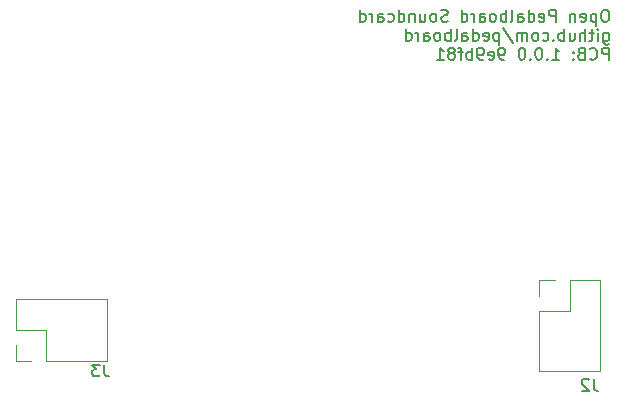
<source format=gbo>
G04 #@! TF.GenerationSoftware,KiCad,Pcbnew,8.0.4+1*
G04 #@! TF.CreationDate,2024-10-16T16:53:17+00:00*
G04 #@! TF.ProjectId,pedalboard-soundcard,70656461-6c62-46f6-9172-642d736f756e,1.0.0*
G04 #@! TF.SameCoordinates,Original*
G04 #@! TF.FileFunction,Legend,Bot*
G04 #@! TF.FilePolarity,Positive*
%FSLAX46Y46*%
G04 Gerber Fmt 4.6, Leading zero omitted, Abs format (unit mm)*
G04 Created by KiCad (PCBNEW 8.0.4+1) date 2024-10-16 16:53:17*
%MOMM*%
%LPD*%
G01*
G04 APERTURE LIST*
%ADD10C,0.150000*%
%ADD11C,0.120000*%
G04 APERTURE END LIST*
D10*
X63522744Y43310069D02*
X63332268Y43310069D01*
X63332268Y43310069D02*
X63237030Y43262450D01*
X63237030Y43262450D02*
X63141792Y43167212D01*
X63141792Y43167212D02*
X63094173Y42976736D01*
X63094173Y42976736D02*
X63094173Y42643403D01*
X63094173Y42643403D02*
X63141792Y42452927D01*
X63141792Y42452927D02*
X63237030Y42357688D01*
X63237030Y42357688D02*
X63332268Y42310069D01*
X63332268Y42310069D02*
X63522744Y42310069D01*
X63522744Y42310069D02*
X63617982Y42357688D01*
X63617982Y42357688D02*
X63713220Y42452927D01*
X63713220Y42452927D02*
X63760839Y42643403D01*
X63760839Y42643403D02*
X63760839Y42976736D01*
X63760839Y42976736D02*
X63713220Y43167212D01*
X63713220Y43167212D02*
X63617982Y43262450D01*
X63617982Y43262450D02*
X63522744Y43310069D01*
X62665601Y42976736D02*
X62665601Y41976736D01*
X62665601Y42929117D02*
X62570363Y42976736D01*
X62570363Y42976736D02*
X62379887Y42976736D01*
X62379887Y42976736D02*
X62284649Y42929117D01*
X62284649Y42929117D02*
X62237030Y42881498D01*
X62237030Y42881498D02*
X62189411Y42786260D01*
X62189411Y42786260D02*
X62189411Y42500546D01*
X62189411Y42500546D02*
X62237030Y42405308D01*
X62237030Y42405308D02*
X62284649Y42357688D01*
X62284649Y42357688D02*
X62379887Y42310069D01*
X62379887Y42310069D02*
X62570363Y42310069D01*
X62570363Y42310069D02*
X62665601Y42357688D01*
X61379887Y42357688D02*
X61475125Y42310069D01*
X61475125Y42310069D02*
X61665601Y42310069D01*
X61665601Y42310069D02*
X61760839Y42357688D01*
X61760839Y42357688D02*
X61808458Y42452927D01*
X61808458Y42452927D02*
X61808458Y42833879D01*
X61808458Y42833879D02*
X61760839Y42929117D01*
X61760839Y42929117D02*
X61665601Y42976736D01*
X61665601Y42976736D02*
X61475125Y42976736D01*
X61475125Y42976736D02*
X61379887Y42929117D01*
X61379887Y42929117D02*
X61332268Y42833879D01*
X61332268Y42833879D02*
X61332268Y42738641D01*
X61332268Y42738641D02*
X61808458Y42643403D01*
X60903696Y42976736D02*
X60903696Y42310069D01*
X60903696Y42881498D02*
X60856077Y42929117D01*
X60856077Y42929117D02*
X60760839Y42976736D01*
X60760839Y42976736D02*
X60617982Y42976736D01*
X60617982Y42976736D02*
X60522744Y42929117D01*
X60522744Y42929117D02*
X60475125Y42833879D01*
X60475125Y42833879D02*
X60475125Y42310069D01*
X59237029Y42310069D02*
X59237029Y43310069D01*
X59237029Y43310069D02*
X58856077Y43310069D01*
X58856077Y43310069D02*
X58760839Y43262450D01*
X58760839Y43262450D02*
X58713220Y43214831D01*
X58713220Y43214831D02*
X58665601Y43119593D01*
X58665601Y43119593D02*
X58665601Y42976736D01*
X58665601Y42976736D02*
X58713220Y42881498D01*
X58713220Y42881498D02*
X58760839Y42833879D01*
X58760839Y42833879D02*
X58856077Y42786260D01*
X58856077Y42786260D02*
X59237029Y42786260D01*
X57856077Y42357688D02*
X57951315Y42310069D01*
X57951315Y42310069D02*
X58141791Y42310069D01*
X58141791Y42310069D02*
X58237029Y42357688D01*
X58237029Y42357688D02*
X58284648Y42452927D01*
X58284648Y42452927D02*
X58284648Y42833879D01*
X58284648Y42833879D02*
X58237029Y42929117D01*
X58237029Y42929117D02*
X58141791Y42976736D01*
X58141791Y42976736D02*
X57951315Y42976736D01*
X57951315Y42976736D02*
X57856077Y42929117D01*
X57856077Y42929117D02*
X57808458Y42833879D01*
X57808458Y42833879D02*
X57808458Y42738641D01*
X57808458Y42738641D02*
X58284648Y42643403D01*
X56951315Y42310069D02*
X56951315Y43310069D01*
X56951315Y42357688D02*
X57046553Y42310069D01*
X57046553Y42310069D02*
X57237029Y42310069D01*
X57237029Y42310069D02*
X57332267Y42357688D01*
X57332267Y42357688D02*
X57379886Y42405308D01*
X57379886Y42405308D02*
X57427505Y42500546D01*
X57427505Y42500546D02*
X57427505Y42786260D01*
X57427505Y42786260D02*
X57379886Y42881498D01*
X57379886Y42881498D02*
X57332267Y42929117D01*
X57332267Y42929117D02*
X57237029Y42976736D01*
X57237029Y42976736D02*
X57046553Y42976736D01*
X57046553Y42976736D02*
X56951315Y42929117D01*
X56046553Y42310069D02*
X56046553Y42833879D01*
X56046553Y42833879D02*
X56094172Y42929117D01*
X56094172Y42929117D02*
X56189410Y42976736D01*
X56189410Y42976736D02*
X56379886Y42976736D01*
X56379886Y42976736D02*
X56475124Y42929117D01*
X56046553Y42357688D02*
X56141791Y42310069D01*
X56141791Y42310069D02*
X56379886Y42310069D01*
X56379886Y42310069D02*
X56475124Y42357688D01*
X56475124Y42357688D02*
X56522743Y42452927D01*
X56522743Y42452927D02*
X56522743Y42548165D01*
X56522743Y42548165D02*
X56475124Y42643403D01*
X56475124Y42643403D02*
X56379886Y42691022D01*
X56379886Y42691022D02*
X56141791Y42691022D01*
X56141791Y42691022D02*
X56046553Y42738641D01*
X55427505Y42310069D02*
X55522743Y42357688D01*
X55522743Y42357688D02*
X55570362Y42452927D01*
X55570362Y42452927D02*
X55570362Y43310069D01*
X55046552Y42310069D02*
X55046552Y43310069D01*
X55046552Y42929117D02*
X54951314Y42976736D01*
X54951314Y42976736D02*
X54760838Y42976736D01*
X54760838Y42976736D02*
X54665600Y42929117D01*
X54665600Y42929117D02*
X54617981Y42881498D01*
X54617981Y42881498D02*
X54570362Y42786260D01*
X54570362Y42786260D02*
X54570362Y42500546D01*
X54570362Y42500546D02*
X54617981Y42405308D01*
X54617981Y42405308D02*
X54665600Y42357688D01*
X54665600Y42357688D02*
X54760838Y42310069D01*
X54760838Y42310069D02*
X54951314Y42310069D01*
X54951314Y42310069D02*
X55046552Y42357688D01*
X53998933Y42310069D02*
X54094171Y42357688D01*
X54094171Y42357688D02*
X54141790Y42405308D01*
X54141790Y42405308D02*
X54189409Y42500546D01*
X54189409Y42500546D02*
X54189409Y42786260D01*
X54189409Y42786260D02*
X54141790Y42881498D01*
X54141790Y42881498D02*
X54094171Y42929117D01*
X54094171Y42929117D02*
X53998933Y42976736D01*
X53998933Y42976736D02*
X53856076Y42976736D01*
X53856076Y42976736D02*
X53760838Y42929117D01*
X53760838Y42929117D02*
X53713219Y42881498D01*
X53713219Y42881498D02*
X53665600Y42786260D01*
X53665600Y42786260D02*
X53665600Y42500546D01*
X53665600Y42500546D02*
X53713219Y42405308D01*
X53713219Y42405308D02*
X53760838Y42357688D01*
X53760838Y42357688D02*
X53856076Y42310069D01*
X53856076Y42310069D02*
X53998933Y42310069D01*
X52808457Y42310069D02*
X52808457Y42833879D01*
X52808457Y42833879D02*
X52856076Y42929117D01*
X52856076Y42929117D02*
X52951314Y42976736D01*
X52951314Y42976736D02*
X53141790Y42976736D01*
X53141790Y42976736D02*
X53237028Y42929117D01*
X52808457Y42357688D02*
X52903695Y42310069D01*
X52903695Y42310069D02*
X53141790Y42310069D01*
X53141790Y42310069D02*
X53237028Y42357688D01*
X53237028Y42357688D02*
X53284647Y42452927D01*
X53284647Y42452927D02*
X53284647Y42548165D01*
X53284647Y42548165D02*
X53237028Y42643403D01*
X53237028Y42643403D02*
X53141790Y42691022D01*
X53141790Y42691022D02*
X52903695Y42691022D01*
X52903695Y42691022D02*
X52808457Y42738641D01*
X52332266Y42310069D02*
X52332266Y42976736D01*
X52332266Y42786260D02*
X52284647Y42881498D01*
X52284647Y42881498D02*
X52237028Y42929117D01*
X52237028Y42929117D02*
X52141790Y42976736D01*
X52141790Y42976736D02*
X52046552Y42976736D01*
X51284647Y42310069D02*
X51284647Y43310069D01*
X51284647Y42357688D02*
X51379885Y42310069D01*
X51379885Y42310069D02*
X51570361Y42310069D01*
X51570361Y42310069D02*
X51665599Y42357688D01*
X51665599Y42357688D02*
X51713218Y42405308D01*
X51713218Y42405308D02*
X51760837Y42500546D01*
X51760837Y42500546D02*
X51760837Y42786260D01*
X51760837Y42786260D02*
X51713218Y42881498D01*
X51713218Y42881498D02*
X51665599Y42929117D01*
X51665599Y42929117D02*
X51570361Y42976736D01*
X51570361Y42976736D02*
X51379885Y42976736D01*
X51379885Y42976736D02*
X51284647Y42929117D01*
X50094170Y42357688D02*
X49951313Y42310069D01*
X49951313Y42310069D02*
X49713218Y42310069D01*
X49713218Y42310069D02*
X49617980Y42357688D01*
X49617980Y42357688D02*
X49570361Y42405308D01*
X49570361Y42405308D02*
X49522742Y42500546D01*
X49522742Y42500546D02*
X49522742Y42595784D01*
X49522742Y42595784D02*
X49570361Y42691022D01*
X49570361Y42691022D02*
X49617980Y42738641D01*
X49617980Y42738641D02*
X49713218Y42786260D01*
X49713218Y42786260D02*
X49903694Y42833879D01*
X49903694Y42833879D02*
X49998932Y42881498D01*
X49998932Y42881498D02*
X50046551Y42929117D01*
X50046551Y42929117D02*
X50094170Y43024355D01*
X50094170Y43024355D02*
X50094170Y43119593D01*
X50094170Y43119593D02*
X50046551Y43214831D01*
X50046551Y43214831D02*
X49998932Y43262450D01*
X49998932Y43262450D02*
X49903694Y43310069D01*
X49903694Y43310069D02*
X49665599Y43310069D01*
X49665599Y43310069D02*
X49522742Y43262450D01*
X48951313Y42310069D02*
X49046551Y42357688D01*
X49046551Y42357688D02*
X49094170Y42405308D01*
X49094170Y42405308D02*
X49141789Y42500546D01*
X49141789Y42500546D02*
X49141789Y42786260D01*
X49141789Y42786260D02*
X49094170Y42881498D01*
X49094170Y42881498D02*
X49046551Y42929117D01*
X49046551Y42929117D02*
X48951313Y42976736D01*
X48951313Y42976736D02*
X48808456Y42976736D01*
X48808456Y42976736D02*
X48713218Y42929117D01*
X48713218Y42929117D02*
X48665599Y42881498D01*
X48665599Y42881498D02*
X48617980Y42786260D01*
X48617980Y42786260D02*
X48617980Y42500546D01*
X48617980Y42500546D02*
X48665599Y42405308D01*
X48665599Y42405308D02*
X48713218Y42357688D01*
X48713218Y42357688D02*
X48808456Y42310069D01*
X48808456Y42310069D02*
X48951313Y42310069D01*
X47760837Y42976736D02*
X47760837Y42310069D01*
X48189408Y42976736D02*
X48189408Y42452927D01*
X48189408Y42452927D02*
X48141789Y42357688D01*
X48141789Y42357688D02*
X48046551Y42310069D01*
X48046551Y42310069D02*
X47903694Y42310069D01*
X47903694Y42310069D02*
X47808456Y42357688D01*
X47808456Y42357688D02*
X47760837Y42405308D01*
X47284646Y42976736D02*
X47284646Y42310069D01*
X47284646Y42881498D02*
X47237027Y42929117D01*
X47237027Y42929117D02*
X47141789Y42976736D01*
X47141789Y42976736D02*
X46998932Y42976736D01*
X46998932Y42976736D02*
X46903694Y42929117D01*
X46903694Y42929117D02*
X46856075Y42833879D01*
X46856075Y42833879D02*
X46856075Y42310069D01*
X45951313Y42310069D02*
X45951313Y43310069D01*
X45951313Y42357688D02*
X46046551Y42310069D01*
X46046551Y42310069D02*
X46237027Y42310069D01*
X46237027Y42310069D02*
X46332265Y42357688D01*
X46332265Y42357688D02*
X46379884Y42405308D01*
X46379884Y42405308D02*
X46427503Y42500546D01*
X46427503Y42500546D02*
X46427503Y42786260D01*
X46427503Y42786260D02*
X46379884Y42881498D01*
X46379884Y42881498D02*
X46332265Y42929117D01*
X46332265Y42929117D02*
X46237027Y42976736D01*
X46237027Y42976736D02*
X46046551Y42976736D01*
X46046551Y42976736D02*
X45951313Y42929117D01*
X45046551Y42357688D02*
X45141789Y42310069D01*
X45141789Y42310069D02*
X45332265Y42310069D01*
X45332265Y42310069D02*
X45427503Y42357688D01*
X45427503Y42357688D02*
X45475122Y42405308D01*
X45475122Y42405308D02*
X45522741Y42500546D01*
X45522741Y42500546D02*
X45522741Y42786260D01*
X45522741Y42786260D02*
X45475122Y42881498D01*
X45475122Y42881498D02*
X45427503Y42929117D01*
X45427503Y42929117D02*
X45332265Y42976736D01*
X45332265Y42976736D02*
X45141789Y42976736D01*
X45141789Y42976736D02*
X45046551Y42929117D01*
X44189408Y42310069D02*
X44189408Y42833879D01*
X44189408Y42833879D02*
X44237027Y42929117D01*
X44237027Y42929117D02*
X44332265Y42976736D01*
X44332265Y42976736D02*
X44522741Y42976736D01*
X44522741Y42976736D02*
X44617979Y42929117D01*
X44189408Y42357688D02*
X44284646Y42310069D01*
X44284646Y42310069D02*
X44522741Y42310069D01*
X44522741Y42310069D02*
X44617979Y42357688D01*
X44617979Y42357688D02*
X44665598Y42452927D01*
X44665598Y42452927D02*
X44665598Y42548165D01*
X44665598Y42548165D02*
X44617979Y42643403D01*
X44617979Y42643403D02*
X44522741Y42691022D01*
X44522741Y42691022D02*
X44284646Y42691022D01*
X44284646Y42691022D02*
X44189408Y42738641D01*
X43713217Y42310069D02*
X43713217Y42976736D01*
X43713217Y42786260D02*
X43665598Y42881498D01*
X43665598Y42881498D02*
X43617979Y42929117D01*
X43617979Y42929117D02*
X43522741Y42976736D01*
X43522741Y42976736D02*
X43427503Y42976736D01*
X42665598Y42310069D02*
X42665598Y43310069D01*
X42665598Y42357688D02*
X42760836Y42310069D01*
X42760836Y42310069D02*
X42951312Y42310069D01*
X42951312Y42310069D02*
X43046550Y42357688D01*
X43046550Y42357688D02*
X43094169Y42405308D01*
X43094169Y42405308D02*
X43141788Y42500546D01*
X43141788Y42500546D02*
X43141788Y42786260D01*
X43141788Y42786260D02*
X43094169Y42881498D01*
X43094169Y42881498D02*
X43046550Y42929117D01*
X43046550Y42929117D02*
X42951312Y42976736D01*
X42951312Y42976736D02*
X42760836Y42976736D01*
X42760836Y42976736D02*
X42665598Y42929117D01*
X63284649Y41366792D02*
X63284649Y40557268D01*
X63284649Y40557268D02*
X63332268Y40462030D01*
X63332268Y40462030D02*
X63379887Y40414411D01*
X63379887Y40414411D02*
X63475125Y40366792D01*
X63475125Y40366792D02*
X63617982Y40366792D01*
X63617982Y40366792D02*
X63713220Y40414411D01*
X63284649Y40747744D02*
X63379887Y40700125D01*
X63379887Y40700125D02*
X63570363Y40700125D01*
X63570363Y40700125D02*
X63665601Y40747744D01*
X63665601Y40747744D02*
X63713220Y40795364D01*
X63713220Y40795364D02*
X63760839Y40890602D01*
X63760839Y40890602D02*
X63760839Y41176316D01*
X63760839Y41176316D02*
X63713220Y41271554D01*
X63713220Y41271554D02*
X63665601Y41319173D01*
X63665601Y41319173D02*
X63570363Y41366792D01*
X63570363Y41366792D02*
X63379887Y41366792D01*
X63379887Y41366792D02*
X63284649Y41319173D01*
X62808458Y40700125D02*
X62808458Y41366792D01*
X62808458Y41700125D02*
X62856077Y41652506D01*
X62856077Y41652506D02*
X62808458Y41604887D01*
X62808458Y41604887D02*
X62760839Y41652506D01*
X62760839Y41652506D02*
X62808458Y41700125D01*
X62808458Y41700125D02*
X62808458Y41604887D01*
X62475125Y41366792D02*
X62094173Y41366792D01*
X62332268Y41700125D02*
X62332268Y40842983D01*
X62332268Y40842983D02*
X62284649Y40747744D01*
X62284649Y40747744D02*
X62189411Y40700125D01*
X62189411Y40700125D02*
X62094173Y40700125D01*
X61760839Y40700125D02*
X61760839Y41700125D01*
X61332268Y40700125D02*
X61332268Y41223935D01*
X61332268Y41223935D02*
X61379887Y41319173D01*
X61379887Y41319173D02*
X61475125Y41366792D01*
X61475125Y41366792D02*
X61617982Y41366792D01*
X61617982Y41366792D02*
X61713220Y41319173D01*
X61713220Y41319173D02*
X61760839Y41271554D01*
X60427506Y41366792D02*
X60427506Y40700125D01*
X60856077Y41366792D02*
X60856077Y40842983D01*
X60856077Y40842983D02*
X60808458Y40747744D01*
X60808458Y40747744D02*
X60713220Y40700125D01*
X60713220Y40700125D02*
X60570363Y40700125D01*
X60570363Y40700125D02*
X60475125Y40747744D01*
X60475125Y40747744D02*
X60427506Y40795364D01*
X59951315Y40700125D02*
X59951315Y41700125D01*
X59951315Y41319173D02*
X59856077Y41366792D01*
X59856077Y41366792D02*
X59665601Y41366792D01*
X59665601Y41366792D02*
X59570363Y41319173D01*
X59570363Y41319173D02*
X59522744Y41271554D01*
X59522744Y41271554D02*
X59475125Y41176316D01*
X59475125Y41176316D02*
X59475125Y40890602D01*
X59475125Y40890602D02*
X59522744Y40795364D01*
X59522744Y40795364D02*
X59570363Y40747744D01*
X59570363Y40747744D02*
X59665601Y40700125D01*
X59665601Y40700125D02*
X59856077Y40700125D01*
X59856077Y40700125D02*
X59951315Y40747744D01*
X59046553Y40795364D02*
X58998934Y40747744D01*
X58998934Y40747744D02*
X59046553Y40700125D01*
X59046553Y40700125D02*
X59094172Y40747744D01*
X59094172Y40747744D02*
X59046553Y40795364D01*
X59046553Y40795364D02*
X59046553Y40700125D01*
X58141792Y40747744D02*
X58237030Y40700125D01*
X58237030Y40700125D02*
X58427506Y40700125D01*
X58427506Y40700125D02*
X58522744Y40747744D01*
X58522744Y40747744D02*
X58570363Y40795364D01*
X58570363Y40795364D02*
X58617982Y40890602D01*
X58617982Y40890602D02*
X58617982Y41176316D01*
X58617982Y41176316D02*
X58570363Y41271554D01*
X58570363Y41271554D02*
X58522744Y41319173D01*
X58522744Y41319173D02*
X58427506Y41366792D01*
X58427506Y41366792D02*
X58237030Y41366792D01*
X58237030Y41366792D02*
X58141792Y41319173D01*
X57570363Y40700125D02*
X57665601Y40747744D01*
X57665601Y40747744D02*
X57713220Y40795364D01*
X57713220Y40795364D02*
X57760839Y40890602D01*
X57760839Y40890602D02*
X57760839Y41176316D01*
X57760839Y41176316D02*
X57713220Y41271554D01*
X57713220Y41271554D02*
X57665601Y41319173D01*
X57665601Y41319173D02*
X57570363Y41366792D01*
X57570363Y41366792D02*
X57427506Y41366792D01*
X57427506Y41366792D02*
X57332268Y41319173D01*
X57332268Y41319173D02*
X57284649Y41271554D01*
X57284649Y41271554D02*
X57237030Y41176316D01*
X57237030Y41176316D02*
X57237030Y40890602D01*
X57237030Y40890602D02*
X57284649Y40795364D01*
X57284649Y40795364D02*
X57332268Y40747744D01*
X57332268Y40747744D02*
X57427506Y40700125D01*
X57427506Y40700125D02*
X57570363Y40700125D01*
X56808458Y40700125D02*
X56808458Y41366792D01*
X56808458Y41271554D02*
X56760839Y41319173D01*
X56760839Y41319173D02*
X56665601Y41366792D01*
X56665601Y41366792D02*
X56522744Y41366792D01*
X56522744Y41366792D02*
X56427506Y41319173D01*
X56427506Y41319173D02*
X56379887Y41223935D01*
X56379887Y41223935D02*
X56379887Y40700125D01*
X56379887Y41223935D02*
X56332268Y41319173D01*
X56332268Y41319173D02*
X56237030Y41366792D01*
X56237030Y41366792D02*
X56094173Y41366792D01*
X56094173Y41366792D02*
X55998934Y41319173D01*
X55998934Y41319173D02*
X55951315Y41223935D01*
X55951315Y41223935D02*
X55951315Y40700125D01*
X54760840Y41747744D02*
X55617982Y40462030D01*
X54427506Y41366792D02*
X54427506Y40366792D01*
X54427506Y41319173D02*
X54332268Y41366792D01*
X54332268Y41366792D02*
X54141792Y41366792D01*
X54141792Y41366792D02*
X54046554Y41319173D01*
X54046554Y41319173D02*
X53998935Y41271554D01*
X53998935Y41271554D02*
X53951316Y41176316D01*
X53951316Y41176316D02*
X53951316Y40890602D01*
X53951316Y40890602D02*
X53998935Y40795364D01*
X53998935Y40795364D02*
X54046554Y40747744D01*
X54046554Y40747744D02*
X54141792Y40700125D01*
X54141792Y40700125D02*
X54332268Y40700125D01*
X54332268Y40700125D02*
X54427506Y40747744D01*
X53141792Y40747744D02*
X53237030Y40700125D01*
X53237030Y40700125D02*
X53427506Y40700125D01*
X53427506Y40700125D02*
X53522744Y40747744D01*
X53522744Y40747744D02*
X53570363Y40842983D01*
X53570363Y40842983D02*
X53570363Y41223935D01*
X53570363Y41223935D02*
X53522744Y41319173D01*
X53522744Y41319173D02*
X53427506Y41366792D01*
X53427506Y41366792D02*
X53237030Y41366792D01*
X53237030Y41366792D02*
X53141792Y41319173D01*
X53141792Y41319173D02*
X53094173Y41223935D01*
X53094173Y41223935D02*
X53094173Y41128697D01*
X53094173Y41128697D02*
X53570363Y41033459D01*
X52237030Y40700125D02*
X52237030Y41700125D01*
X52237030Y40747744D02*
X52332268Y40700125D01*
X52332268Y40700125D02*
X52522744Y40700125D01*
X52522744Y40700125D02*
X52617982Y40747744D01*
X52617982Y40747744D02*
X52665601Y40795364D01*
X52665601Y40795364D02*
X52713220Y40890602D01*
X52713220Y40890602D02*
X52713220Y41176316D01*
X52713220Y41176316D02*
X52665601Y41271554D01*
X52665601Y41271554D02*
X52617982Y41319173D01*
X52617982Y41319173D02*
X52522744Y41366792D01*
X52522744Y41366792D02*
X52332268Y41366792D01*
X52332268Y41366792D02*
X52237030Y41319173D01*
X51332268Y40700125D02*
X51332268Y41223935D01*
X51332268Y41223935D02*
X51379887Y41319173D01*
X51379887Y41319173D02*
X51475125Y41366792D01*
X51475125Y41366792D02*
X51665601Y41366792D01*
X51665601Y41366792D02*
X51760839Y41319173D01*
X51332268Y40747744D02*
X51427506Y40700125D01*
X51427506Y40700125D02*
X51665601Y40700125D01*
X51665601Y40700125D02*
X51760839Y40747744D01*
X51760839Y40747744D02*
X51808458Y40842983D01*
X51808458Y40842983D02*
X51808458Y40938221D01*
X51808458Y40938221D02*
X51760839Y41033459D01*
X51760839Y41033459D02*
X51665601Y41081078D01*
X51665601Y41081078D02*
X51427506Y41081078D01*
X51427506Y41081078D02*
X51332268Y41128697D01*
X50713220Y40700125D02*
X50808458Y40747744D01*
X50808458Y40747744D02*
X50856077Y40842983D01*
X50856077Y40842983D02*
X50856077Y41700125D01*
X50332267Y40700125D02*
X50332267Y41700125D01*
X50332267Y41319173D02*
X50237029Y41366792D01*
X50237029Y41366792D02*
X50046553Y41366792D01*
X50046553Y41366792D02*
X49951315Y41319173D01*
X49951315Y41319173D02*
X49903696Y41271554D01*
X49903696Y41271554D02*
X49856077Y41176316D01*
X49856077Y41176316D02*
X49856077Y40890602D01*
X49856077Y40890602D02*
X49903696Y40795364D01*
X49903696Y40795364D02*
X49951315Y40747744D01*
X49951315Y40747744D02*
X50046553Y40700125D01*
X50046553Y40700125D02*
X50237029Y40700125D01*
X50237029Y40700125D02*
X50332267Y40747744D01*
X49284648Y40700125D02*
X49379886Y40747744D01*
X49379886Y40747744D02*
X49427505Y40795364D01*
X49427505Y40795364D02*
X49475124Y40890602D01*
X49475124Y40890602D02*
X49475124Y41176316D01*
X49475124Y41176316D02*
X49427505Y41271554D01*
X49427505Y41271554D02*
X49379886Y41319173D01*
X49379886Y41319173D02*
X49284648Y41366792D01*
X49284648Y41366792D02*
X49141791Y41366792D01*
X49141791Y41366792D02*
X49046553Y41319173D01*
X49046553Y41319173D02*
X48998934Y41271554D01*
X48998934Y41271554D02*
X48951315Y41176316D01*
X48951315Y41176316D02*
X48951315Y40890602D01*
X48951315Y40890602D02*
X48998934Y40795364D01*
X48998934Y40795364D02*
X49046553Y40747744D01*
X49046553Y40747744D02*
X49141791Y40700125D01*
X49141791Y40700125D02*
X49284648Y40700125D01*
X48094172Y40700125D02*
X48094172Y41223935D01*
X48094172Y41223935D02*
X48141791Y41319173D01*
X48141791Y41319173D02*
X48237029Y41366792D01*
X48237029Y41366792D02*
X48427505Y41366792D01*
X48427505Y41366792D02*
X48522743Y41319173D01*
X48094172Y40747744D02*
X48189410Y40700125D01*
X48189410Y40700125D02*
X48427505Y40700125D01*
X48427505Y40700125D02*
X48522743Y40747744D01*
X48522743Y40747744D02*
X48570362Y40842983D01*
X48570362Y40842983D02*
X48570362Y40938221D01*
X48570362Y40938221D02*
X48522743Y41033459D01*
X48522743Y41033459D02*
X48427505Y41081078D01*
X48427505Y41081078D02*
X48189410Y41081078D01*
X48189410Y41081078D02*
X48094172Y41128697D01*
X47617981Y40700125D02*
X47617981Y41366792D01*
X47617981Y41176316D02*
X47570362Y41271554D01*
X47570362Y41271554D02*
X47522743Y41319173D01*
X47522743Y41319173D02*
X47427505Y41366792D01*
X47427505Y41366792D02*
X47332267Y41366792D01*
X46570362Y40700125D02*
X46570362Y41700125D01*
X46570362Y40747744D02*
X46665600Y40700125D01*
X46665600Y40700125D02*
X46856076Y40700125D01*
X46856076Y40700125D02*
X46951314Y40747744D01*
X46951314Y40747744D02*
X46998933Y40795364D01*
X46998933Y40795364D02*
X47046552Y40890602D01*
X47046552Y40890602D02*
X47046552Y41176316D01*
X47046552Y41176316D02*
X46998933Y41271554D01*
X46998933Y41271554D02*
X46951314Y41319173D01*
X46951314Y41319173D02*
X46856076Y41366792D01*
X46856076Y41366792D02*
X46665600Y41366792D01*
X46665600Y41366792D02*
X46570362Y41319173D01*
X63713220Y39090181D02*
X63713220Y40090181D01*
X63713220Y40090181D02*
X63332268Y40090181D01*
X63332268Y40090181D02*
X63237030Y40042562D01*
X63237030Y40042562D02*
X63189411Y39994943D01*
X63189411Y39994943D02*
X63141792Y39899705D01*
X63141792Y39899705D02*
X63141792Y39756848D01*
X63141792Y39756848D02*
X63189411Y39661610D01*
X63189411Y39661610D02*
X63237030Y39613991D01*
X63237030Y39613991D02*
X63332268Y39566372D01*
X63332268Y39566372D02*
X63713220Y39566372D01*
X62141792Y39185420D02*
X62189411Y39137800D01*
X62189411Y39137800D02*
X62332268Y39090181D01*
X62332268Y39090181D02*
X62427506Y39090181D01*
X62427506Y39090181D02*
X62570363Y39137800D01*
X62570363Y39137800D02*
X62665601Y39233039D01*
X62665601Y39233039D02*
X62713220Y39328277D01*
X62713220Y39328277D02*
X62760839Y39518753D01*
X62760839Y39518753D02*
X62760839Y39661610D01*
X62760839Y39661610D02*
X62713220Y39852086D01*
X62713220Y39852086D02*
X62665601Y39947324D01*
X62665601Y39947324D02*
X62570363Y40042562D01*
X62570363Y40042562D02*
X62427506Y40090181D01*
X62427506Y40090181D02*
X62332268Y40090181D01*
X62332268Y40090181D02*
X62189411Y40042562D01*
X62189411Y40042562D02*
X62141792Y39994943D01*
X61379887Y39613991D02*
X61237030Y39566372D01*
X61237030Y39566372D02*
X61189411Y39518753D01*
X61189411Y39518753D02*
X61141792Y39423515D01*
X61141792Y39423515D02*
X61141792Y39280658D01*
X61141792Y39280658D02*
X61189411Y39185420D01*
X61189411Y39185420D02*
X61237030Y39137800D01*
X61237030Y39137800D02*
X61332268Y39090181D01*
X61332268Y39090181D02*
X61713220Y39090181D01*
X61713220Y39090181D02*
X61713220Y40090181D01*
X61713220Y40090181D02*
X61379887Y40090181D01*
X61379887Y40090181D02*
X61284649Y40042562D01*
X61284649Y40042562D02*
X61237030Y39994943D01*
X61237030Y39994943D02*
X61189411Y39899705D01*
X61189411Y39899705D02*
X61189411Y39804467D01*
X61189411Y39804467D02*
X61237030Y39709229D01*
X61237030Y39709229D02*
X61284649Y39661610D01*
X61284649Y39661610D02*
X61379887Y39613991D01*
X61379887Y39613991D02*
X61713220Y39613991D01*
X60713220Y39185420D02*
X60665601Y39137800D01*
X60665601Y39137800D02*
X60713220Y39090181D01*
X60713220Y39090181D02*
X60760839Y39137800D01*
X60760839Y39137800D02*
X60713220Y39185420D01*
X60713220Y39185420D02*
X60713220Y39090181D01*
X60713220Y39709229D02*
X60665601Y39661610D01*
X60665601Y39661610D02*
X60713220Y39613991D01*
X60713220Y39613991D02*
X60760839Y39661610D01*
X60760839Y39661610D02*
X60713220Y39709229D01*
X60713220Y39709229D02*
X60713220Y39613991D01*
X58951316Y39090181D02*
X59522744Y39090181D01*
X59237030Y39090181D02*
X59237030Y40090181D01*
X59237030Y40090181D02*
X59332268Y39947324D01*
X59332268Y39947324D02*
X59427506Y39852086D01*
X59427506Y39852086D02*
X59522744Y39804467D01*
X58522744Y39185420D02*
X58475125Y39137800D01*
X58475125Y39137800D02*
X58522744Y39090181D01*
X58522744Y39090181D02*
X58570363Y39137800D01*
X58570363Y39137800D02*
X58522744Y39185420D01*
X58522744Y39185420D02*
X58522744Y39090181D01*
X57856078Y40090181D02*
X57760840Y40090181D01*
X57760840Y40090181D02*
X57665602Y40042562D01*
X57665602Y40042562D02*
X57617983Y39994943D01*
X57617983Y39994943D02*
X57570364Y39899705D01*
X57570364Y39899705D02*
X57522745Y39709229D01*
X57522745Y39709229D02*
X57522745Y39471134D01*
X57522745Y39471134D02*
X57570364Y39280658D01*
X57570364Y39280658D02*
X57617983Y39185420D01*
X57617983Y39185420D02*
X57665602Y39137800D01*
X57665602Y39137800D02*
X57760840Y39090181D01*
X57760840Y39090181D02*
X57856078Y39090181D01*
X57856078Y39090181D02*
X57951316Y39137800D01*
X57951316Y39137800D02*
X57998935Y39185420D01*
X57998935Y39185420D02*
X58046554Y39280658D01*
X58046554Y39280658D02*
X58094173Y39471134D01*
X58094173Y39471134D02*
X58094173Y39709229D01*
X58094173Y39709229D02*
X58046554Y39899705D01*
X58046554Y39899705D02*
X57998935Y39994943D01*
X57998935Y39994943D02*
X57951316Y40042562D01*
X57951316Y40042562D02*
X57856078Y40090181D01*
X57094173Y39185420D02*
X57046554Y39137800D01*
X57046554Y39137800D02*
X57094173Y39090181D01*
X57094173Y39090181D02*
X57141792Y39137800D01*
X57141792Y39137800D02*
X57094173Y39185420D01*
X57094173Y39185420D02*
X57094173Y39090181D01*
X56427507Y40090181D02*
X56332269Y40090181D01*
X56332269Y40090181D02*
X56237031Y40042562D01*
X56237031Y40042562D02*
X56189412Y39994943D01*
X56189412Y39994943D02*
X56141793Y39899705D01*
X56141793Y39899705D02*
X56094174Y39709229D01*
X56094174Y39709229D02*
X56094174Y39471134D01*
X56094174Y39471134D02*
X56141793Y39280658D01*
X56141793Y39280658D02*
X56189412Y39185420D01*
X56189412Y39185420D02*
X56237031Y39137800D01*
X56237031Y39137800D02*
X56332269Y39090181D01*
X56332269Y39090181D02*
X56427507Y39090181D01*
X56427507Y39090181D02*
X56522745Y39137800D01*
X56522745Y39137800D02*
X56570364Y39185420D01*
X56570364Y39185420D02*
X56617983Y39280658D01*
X56617983Y39280658D02*
X56665602Y39471134D01*
X56665602Y39471134D02*
X56665602Y39709229D01*
X56665602Y39709229D02*
X56617983Y39899705D01*
X56617983Y39899705D02*
X56570364Y39994943D01*
X56570364Y39994943D02*
X56522745Y40042562D01*
X56522745Y40042562D02*
X56427507Y40090181D01*
X54856078Y39090181D02*
X54665602Y39090181D01*
X54665602Y39090181D02*
X54570364Y39137800D01*
X54570364Y39137800D02*
X54522745Y39185420D01*
X54522745Y39185420D02*
X54427507Y39328277D01*
X54427507Y39328277D02*
X54379888Y39518753D01*
X54379888Y39518753D02*
X54379888Y39899705D01*
X54379888Y39899705D02*
X54427507Y39994943D01*
X54427507Y39994943D02*
X54475126Y40042562D01*
X54475126Y40042562D02*
X54570364Y40090181D01*
X54570364Y40090181D02*
X54760840Y40090181D01*
X54760840Y40090181D02*
X54856078Y40042562D01*
X54856078Y40042562D02*
X54903697Y39994943D01*
X54903697Y39994943D02*
X54951316Y39899705D01*
X54951316Y39899705D02*
X54951316Y39661610D01*
X54951316Y39661610D02*
X54903697Y39566372D01*
X54903697Y39566372D02*
X54856078Y39518753D01*
X54856078Y39518753D02*
X54760840Y39471134D01*
X54760840Y39471134D02*
X54570364Y39471134D01*
X54570364Y39471134D02*
X54475126Y39518753D01*
X54475126Y39518753D02*
X54427507Y39566372D01*
X54427507Y39566372D02*
X54379888Y39661610D01*
X53570364Y39137800D02*
X53665602Y39090181D01*
X53665602Y39090181D02*
X53856078Y39090181D01*
X53856078Y39090181D02*
X53951316Y39137800D01*
X53951316Y39137800D02*
X53998935Y39233039D01*
X53998935Y39233039D02*
X53998935Y39613991D01*
X53998935Y39613991D02*
X53951316Y39709229D01*
X53951316Y39709229D02*
X53856078Y39756848D01*
X53856078Y39756848D02*
X53665602Y39756848D01*
X53665602Y39756848D02*
X53570364Y39709229D01*
X53570364Y39709229D02*
X53522745Y39613991D01*
X53522745Y39613991D02*
X53522745Y39518753D01*
X53522745Y39518753D02*
X53998935Y39423515D01*
X53046554Y39090181D02*
X52856078Y39090181D01*
X52856078Y39090181D02*
X52760840Y39137800D01*
X52760840Y39137800D02*
X52713221Y39185420D01*
X52713221Y39185420D02*
X52617983Y39328277D01*
X52617983Y39328277D02*
X52570364Y39518753D01*
X52570364Y39518753D02*
X52570364Y39899705D01*
X52570364Y39899705D02*
X52617983Y39994943D01*
X52617983Y39994943D02*
X52665602Y40042562D01*
X52665602Y40042562D02*
X52760840Y40090181D01*
X52760840Y40090181D02*
X52951316Y40090181D01*
X52951316Y40090181D02*
X53046554Y40042562D01*
X53046554Y40042562D02*
X53094173Y39994943D01*
X53094173Y39994943D02*
X53141792Y39899705D01*
X53141792Y39899705D02*
X53141792Y39661610D01*
X53141792Y39661610D02*
X53094173Y39566372D01*
X53094173Y39566372D02*
X53046554Y39518753D01*
X53046554Y39518753D02*
X52951316Y39471134D01*
X52951316Y39471134D02*
X52760840Y39471134D01*
X52760840Y39471134D02*
X52665602Y39518753D01*
X52665602Y39518753D02*
X52617983Y39566372D01*
X52617983Y39566372D02*
X52570364Y39661610D01*
X52141792Y39090181D02*
X52141792Y40090181D01*
X52141792Y39709229D02*
X52046554Y39756848D01*
X52046554Y39756848D02*
X51856078Y39756848D01*
X51856078Y39756848D02*
X51760840Y39709229D01*
X51760840Y39709229D02*
X51713221Y39661610D01*
X51713221Y39661610D02*
X51665602Y39566372D01*
X51665602Y39566372D02*
X51665602Y39280658D01*
X51665602Y39280658D02*
X51713221Y39185420D01*
X51713221Y39185420D02*
X51760840Y39137800D01*
X51760840Y39137800D02*
X51856078Y39090181D01*
X51856078Y39090181D02*
X52046554Y39090181D01*
X52046554Y39090181D02*
X52141792Y39137800D01*
X51379887Y39756848D02*
X50998935Y39756848D01*
X51237030Y39090181D02*
X51237030Y39947324D01*
X51237030Y39947324D02*
X51189411Y40042562D01*
X51189411Y40042562D02*
X51094173Y40090181D01*
X51094173Y40090181D02*
X50998935Y40090181D01*
X50522744Y39661610D02*
X50617982Y39709229D01*
X50617982Y39709229D02*
X50665601Y39756848D01*
X50665601Y39756848D02*
X50713220Y39852086D01*
X50713220Y39852086D02*
X50713220Y39899705D01*
X50713220Y39899705D02*
X50665601Y39994943D01*
X50665601Y39994943D02*
X50617982Y40042562D01*
X50617982Y40042562D02*
X50522744Y40090181D01*
X50522744Y40090181D02*
X50332268Y40090181D01*
X50332268Y40090181D02*
X50237030Y40042562D01*
X50237030Y40042562D02*
X50189411Y39994943D01*
X50189411Y39994943D02*
X50141792Y39899705D01*
X50141792Y39899705D02*
X50141792Y39852086D01*
X50141792Y39852086D02*
X50189411Y39756848D01*
X50189411Y39756848D02*
X50237030Y39709229D01*
X50237030Y39709229D02*
X50332268Y39661610D01*
X50332268Y39661610D02*
X50522744Y39661610D01*
X50522744Y39661610D02*
X50617982Y39613991D01*
X50617982Y39613991D02*
X50665601Y39566372D01*
X50665601Y39566372D02*
X50713220Y39471134D01*
X50713220Y39471134D02*
X50713220Y39280658D01*
X50713220Y39280658D02*
X50665601Y39185420D01*
X50665601Y39185420D02*
X50617982Y39137800D01*
X50617982Y39137800D02*
X50522744Y39090181D01*
X50522744Y39090181D02*
X50332268Y39090181D01*
X50332268Y39090181D02*
X50237030Y39137800D01*
X50237030Y39137800D02*
X50189411Y39185420D01*
X50189411Y39185420D02*
X50141792Y39280658D01*
X50141792Y39280658D02*
X50141792Y39471134D01*
X50141792Y39471134D02*
X50189411Y39566372D01*
X50189411Y39566372D02*
X50237030Y39613991D01*
X50237030Y39613991D02*
X50332268Y39661610D01*
X49189411Y39090181D02*
X49760839Y39090181D01*
X49475125Y39090181D02*
X49475125Y40090181D01*
X49475125Y40090181D02*
X49570363Y39947324D01*
X49570363Y39947324D02*
X49665601Y39852086D01*
X49665601Y39852086D02*
X49760839Y39804467D01*
X21003333Y13265181D02*
X21003333Y12550896D01*
X21003333Y12550896D02*
X21050952Y12408039D01*
X21050952Y12408039D02*
X21146190Y12312800D01*
X21146190Y12312800D02*
X21289047Y12265181D01*
X21289047Y12265181D02*
X21384285Y12265181D01*
X20622380Y13265181D02*
X20003333Y13265181D01*
X20003333Y13265181D02*
X20336666Y12884229D01*
X20336666Y12884229D02*
X20193809Y12884229D01*
X20193809Y12884229D02*
X20098571Y12836610D01*
X20098571Y12836610D02*
X20050952Y12788991D01*
X20050952Y12788991D02*
X20003333Y12693753D01*
X20003333Y12693753D02*
X20003333Y12455658D01*
X20003333Y12455658D02*
X20050952Y12360420D01*
X20050952Y12360420D02*
X20098571Y12312800D01*
X20098571Y12312800D02*
X20193809Y12265181D01*
X20193809Y12265181D02*
X20479523Y12265181D01*
X20479523Y12265181D02*
X20574761Y12312800D01*
X20574761Y12312800D02*
X20622380Y12360420D01*
X62453333Y12075181D02*
X62453333Y11360896D01*
X62453333Y11360896D02*
X62500952Y11218039D01*
X62500952Y11218039D02*
X62596190Y11122800D01*
X62596190Y11122800D02*
X62739047Y11075181D01*
X62739047Y11075181D02*
X62834285Y11075181D01*
X62024761Y11979943D02*
X61977142Y12027562D01*
X61977142Y12027562D02*
X61881904Y12075181D01*
X61881904Y12075181D02*
X61643809Y12075181D01*
X61643809Y12075181D02*
X61548571Y12027562D01*
X61548571Y12027562D02*
X61500952Y11979943D01*
X61500952Y11979943D02*
X61453333Y11884705D01*
X61453333Y11884705D02*
X61453333Y11789467D01*
X61453333Y11789467D02*
X61500952Y11646610D01*
X61500952Y11646610D02*
X62072380Y11075181D01*
X62072380Y11075181D02*
X61453333Y11075181D01*
D11*
X13510000Y16190000D02*
X13510000Y18790000D01*
X13510000Y13590000D02*
X13510000Y14920000D01*
X14840000Y13590000D02*
X13510000Y13590000D01*
X16110000Y16190000D02*
X13510000Y16190000D01*
X16110000Y13590000D02*
X16110000Y16190000D01*
X21250000Y18790000D02*
X13510000Y18790000D01*
X21250000Y13590000D02*
X16110000Y13590000D01*
X21250000Y13590000D02*
X21250000Y18790000D01*
X57820000Y20430000D02*
X59150000Y20430000D01*
X57820000Y19100000D02*
X57820000Y20430000D01*
X57820000Y17830000D02*
X60420000Y17830000D01*
X57820000Y12690000D02*
X57820000Y17830000D01*
X57820000Y12690000D02*
X63020000Y12690000D01*
X60420000Y20430000D02*
X63020000Y20430000D01*
X60420000Y17830000D02*
X60420000Y20430000D01*
X63020000Y12690000D02*
X63020000Y20430000D01*
M02*

</source>
